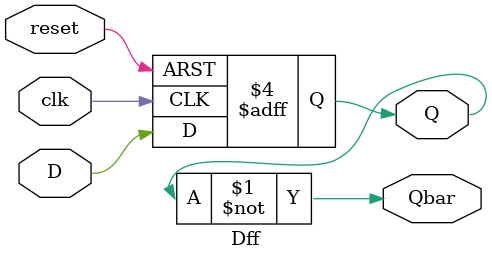
<source format=v>
`timescale 1ns / 1ns
module Dff(input clk,reset,D,output Qbar,output reg Q);
assign Qbar = ~Q;
always @(posedge clk or negedge reset)
begin
if(reset==0)       //Asynchronous active low reset
Q<=1'b0;
else
Q<=D;
end
endmodule

</source>
